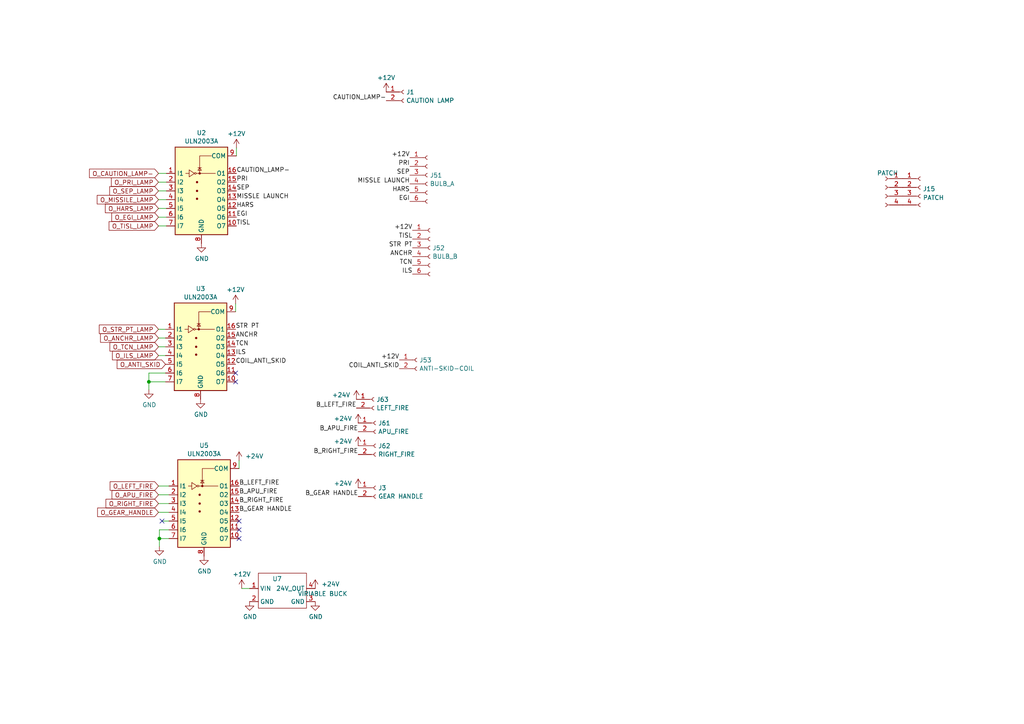
<source format=kicad_sch>
(kicad_sch (version 20231120) (generator "eeschema") (generator_version "8.0")
  (paper "A4")
  (lib_symbols
    (symbol "+12V_1" (power) (pin_names (offset 0))
      (property "Value" "+12V_1" (at 0 3.556 0))
      (symbol "+12V_1_0_1"
        (polyline (pts (xy -0.762 1.27) (xy 0 2.54)))
        (polyline (pts (xy 0 0) (xy 0 2.54)))
        (polyline (pts (xy 0 2.54) (xy 0.762 1.27)))
      )
      (symbol "+12V_1_1_1"
        (pin power_in line (at 0 0 90) (length 0) hide (name "+12V") (number "1"))
      )
    )
    (symbol "Connector:Conn_01x02_Socket" (pin_names (offset 1.016) hide)
      (property "Reference" "J" (at 0 2.54 0))
      (property "Value" "Conn_01x02_Socket" (at 0 -5.08 0))
      (symbol "Conn_01x02_Socket_1_1"
        (arc (start 0 -2.032) (mid -0.5058 -2.54) (end 0 -3.048) (stroke (width 0.1524)))
        (polyline (pts (xy -1.27 -2.54) (xy -0.508 -2.54)) (stroke (width 0.1524)))
        (polyline (pts (xy -1.27 0) (xy -0.508 0)) (stroke (width 0.1524)))
        (arc (start 0 0.508) (mid -0.5058 0) (end 0 -0.508) (stroke (width 0.1524)))
        (pin passive line (at -5.08 0 0) (length 3.81) (name "Pin_1") (number "1"))
        (pin passive line (at -5.08 -2.54 0) (length 3.81) (name "Pin_2") (number "2"))
      )
    )
    (symbol "Connector:Conn_01x04_Female" (pin_names (offset 1.016) hide)
      (property "Reference" "J" (at 0 5.08 0))
      (property "Value" "Conn_01x04_Female" (at 0 -7.62 0))
      (symbol "Conn_01x04_Female_1_1"
        (arc (start 0 -4.572) (mid -0.5058 -5.08) (end 0 -5.588) (stroke (width 0.1524)))
        (arc (start 0 -2.032) (mid -0.5058 -2.54) (end 0 -3.048) (stroke (width 0.1524)))
        (polyline (pts (xy -1.27 -5.08) (xy -0.508 -5.08)) (stroke (width 0.1524)))
        (polyline (pts (xy -1.27 -2.54) (xy -0.508 -2.54)) (stroke (width 0.1524)))
        (polyline (pts (xy -1.27 0) (xy -0.508 0)) (stroke (width 0.1524)))
        (polyline (pts (xy -1.27 2.54) (xy -0.508 2.54)) (stroke (width 0.1524)))
        (arc (start 0 0.508) (mid -0.5058 0) (end 0 -0.508) (stroke (width 0.1524)))
        (arc (start 0 3.048) (mid -0.5058 2.54) (end 0 2.032) (stroke (width 0.1524)))
        (pin passive line (at -5.08 2.54 0) (length 3.81) (name "Pin_1") (number "1"))
        (pin passive line (at -5.08 0 0) (length 3.81) (name "Pin_2") (number "2"))
        (pin passive line (at -5.08 -2.54 0) (length 3.81) (name "Pin_3") (number "3"))
        (pin passive line (at -5.08 -5.08 0) (length 3.81) (name "Pin_4") (number "4"))
      )
    )
    (symbol "Connector:Conn_01x06_Socket" (pin_names (offset 1.016) hide)
      (property "Reference" "J" (at 0 7.62 0))
      (property "Value" "Conn_01x06_Socket" (at 0 -10.16 0))
      (symbol "Conn_01x06_Socket_1_1"
        (arc (start 0 -7.112) (mid -0.5058 -7.62) (end 0 -8.128) (stroke (width 0.1524)))
        (arc (start 0 -4.572) (mid -0.5058 -5.08) (end 0 -5.588) (stroke (width 0.1524)))
        (arc (start 0 -2.032) (mid -0.5058 -2.54) (end 0 -3.048) (stroke (width 0.1524)))
        (polyline (pts (xy -1.27 -7.62) (xy -0.508 -7.62)) (stroke (width 0.1524)))
        (polyline (pts (xy -1.27 -5.08) (xy -0.508 -5.08)) (stroke (width 0.1524)))
        (polyline (pts (xy -1.27 -2.54) (xy -0.508 -2.54)) (stroke (width 0.1524)))
        (polyline (pts (xy -1.27 0) (xy -0.508 0)) (stroke (width 0.1524)))
        (polyline (pts (xy -1.27 2.54) (xy -0.508 2.54)) (stroke (width 0.1524)))
        (polyline (pts (xy -1.27 5.08) (xy -0.508 5.08)) (stroke (width 0.1524)))
        (arc (start 0 0.508) (mid -0.5058 0) (end 0 -0.508) (stroke (width 0.1524)))
        (arc (start 0 3.048) (mid -0.5058 2.54) (end 0 2.032) (stroke (width 0.1524)))
        (arc (start 0 5.588) (mid -0.5058 5.08) (end 0 4.572) (stroke (width 0.1524)))
        (pin passive line (at -5.08 5.08 0) (length 3.81) (name "Pin_1") (number "1"))
        (pin passive line (at -5.08 2.54 0) (length 3.81) (name "Pin_2") (number "2"))
        (pin passive line (at -5.08 0 0) (length 3.81) (name "Pin_3") (number "3"))
        (pin passive line (at -5.08 -2.54 0) (length 3.81) (name "Pin_4") (number "4"))
        (pin passive line (at -5.08 -5.08 0) (length 3.81) (name "Pin_5") (number "5"))
        (pin passive line (at -5.08 -7.62 0) (length 3.81) (name "Pin_6") (number "6"))
      )
    )
    (symbol "Regulator_Switching:VARIABLE_BUCK"
      (property "Reference" "U" (at 0 9.398 0))
      (symbol "VARIABLE_BUCK_0_1"
        (rectangle (start -3.81 6.985) (end 10.16 -3.175))
      )
      (symbol "VARIABLE_BUCK_1_1"
        (pin power_in line (at -6.35 2.54 0) (length 2.54) (name "VIN") (number "1"))
        (pin power_in line (at -6.35 -1.27 0) (length 2.54) (name "GND") (number "2"))
        (pin power_in line (at 12.7 -1.27 180) (length 2.54) (name "GND") (number "3"))
        (pin power_out line (at 12.7 2.54 180) (length 2.54) (name "24V_OUT") (number "4"))
      )
    )
    (symbol "Transistor_Array:ULN2003A"
      (property "Reference" "U" (at 0 15.875 0))
      (property "Value" "ULN2003A" (at 0 13.97 0))
      (symbol "ULN2003A_0_1"
        (rectangle (start -7.62 -12.7) (end 7.62 12.7) (stroke (width 0.254)) (fill (type background)))
        (circle (center -1.778 5.08) (radius 0.254))
        (circle (center -1.27 -2.286) (radius 0.254) (fill (type outline)))
        (circle (center -1.27 0) (radius 0.254) (fill (type outline)))
        (circle (center -1.27 2.54) (radius 0.254) (fill (type outline)))
        (circle (center -0.508 5.08) (radius 0.254) (fill (type outline)))
        (polyline (pts (xy -4.572 5.08) (xy -3.556 5.08)))
        (polyline (pts (xy -1.524 5.08) (xy 4.064 5.08)))
        (polyline (pts (xy 0 6.731) (xy -1.016 6.731)))
        (polyline (pts (xy -0.508 5.08) (xy -0.508 10.16) (xy 2.921 10.16)))
        (polyline (pts (xy -3.556 6.096) (xy -3.556 4.064) (xy -2.032 5.08) (xy -3.556 6.096)))
        (polyline (pts (xy 0 5.969) (xy -1.016 5.969) (xy -0.508 6.731) (xy 0 5.969)))
      )
      (symbol "ULN2003A_1_1"
        (pin input line (at -10.16 5.08 0) (length 2.54) (name "I1") (number "1"))
        (pin open_collector line (at 10.16 -10.16 180) (length 2.54) (name "O7") (number "10"))
        (pin open_collector line (at 10.16 -7.62 180) (length 2.54) (name "O6") (number "11"))
        (pin open_collector line (at 10.16 -5.08 180) (length 2.54) (name "O5") (number "12"))
        (pin open_collector line (at 10.16 -2.54 180) (length 2.54) (name "O4") (number "13"))
        (pin open_collector line (at 10.16 0 180) (length 2.54) (name "O3") (number "14"))
        (pin open_collector line (at 10.16 2.54 180) (length 2.54) (name "O2") (number "15"))
        (pin open_collector line (at 10.16 5.08 180) (length 2.54) (name "O1") (number "16"))
        (pin input line (at -10.16 2.54 0) (length 2.54) (name "I2") (number "2"))
        (pin input line (at -10.16 0 0) (length 2.54) (name "I3") (number "3"))
        (pin input line (at -10.16 -2.54 0) (length 2.54) (name "I4") (number "4"))
        (pin input line (at -10.16 -5.08 0) (length 2.54) (name "I5") (number "5"))
        (pin input line (at -10.16 -7.62 0) (length 2.54) (name "I6") (number "6"))
        (pin input line (at -10.16 -10.16 0) (length 2.54) (name "I7") (number "7"))
        (pin power_in line (at 0 -15.24 90) (length 2.54) (name "GND") (number "8"))
        (pin passive line (at 10.16 10.16 180) (length 2.54) (name "COM") (number "9"))
      )
    )
    (symbol "power:GND" (power) (pin_names (offset 0))
      (property "Value" "GND" (at 0 -3.81 0))
      (symbol "GND_0_1"
        (polyline (pts (xy 0 0) (xy 0 -1.27) (xy 1.27 -1.27) (xy 0 -2.54) (xy -1.27 -1.27) (xy 0 -1.27)))
      )
      (symbol "GND_1_1"
        (pin power_in line (at 0 0 270) (length 0) hide (name "GND") (number "1"))
      )
    )
  )
  (junction (at 43.18 110.744))
  (junction (at 46.228 156.21))
  (no_connect (at 69.342 153.67))
  (no_connect (at 69.342 151.13))
  (no_connect (at 68.326 110.744))
  (no_connect (at 68.326 108.204))
  (no_connect (at 46.99 151.13))
  (no_connect (at 69.342 156.21))
  (wire (pts (xy 69.342 133.604) (xy 69.342 135.89)))
  (wire (pts (xy 49.022 153.67) (xy 46.228 153.67)))
  (wire (pts (xy 43.18 108.204) (xy 43.18 110.744)))
  (wire (pts (xy 45.974 62.992) (xy 48.26 62.992)))
  (wire (pts (xy 45.974 52.832) (xy 48.26 52.832)))
  (wire (pts (xy 45.974 50.292) (xy 48.26 50.292)))
  (wire (pts (xy 45.974 143.51) (xy 49.022 143.51)))
  (wire (pts (xy 43.18 110.744) (xy 48.006 110.744)))
  (wire (pts (xy 45.974 57.912) (xy 48.26 57.912)))
  (wire (pts (xy 45.974 148.59) (xy 49.022 148.59)))
  (wire (pts (xy 45.974 100.584) (xy 48.006 100.584)))
  (wire (pts (xy 46.228 156.21) (xy 46.228 158.496)))
  (wire (pts (xy 45.974 140.97) (xy 49.022 140.97)))
  (wire (pts (xy 43.18 108.204) (xy 48.006 108.204)))
  (wire (pts (xy 68.326 88.138) (xy 68.326 90.424)))
  (wire (pts (xy 45.974 55.372) (xy 48.26 55.372)))
  (wire (pts (xy 45.974 98.044) (xy 48.006 98.044)))
  (wire (pts (xy 68.58 42.926) (xy 68.58 45.212)))
  (wire (pts (xy 45.974 146.05) (xy 49.022 146.05)))
  (wire (pts (xy 45.974 60.452) (xy 48.26 60.452)))
  (wire (pts (xy 43.18 110.744) (xy 43.18 113.03)))
  (wire (pts (xy 46.99 151.13) (xy 49.022 151.13)))
  (wire (pts (xy 46.228 156.21) (xy 49.022 156.21)))
  (wire (pts (xy 46.228 153.67) (xy 46.228 156.21)))
  (wire (pts (xy 45.974 103.124) (xy 48.006 103.124)))
  (wire (pts (xy 45.974 65.532) (xy 48.26 65.532)))
  (wire (pts (xy 70.104 170.688) (xy 72.39 170.688)))
  (wire (pts (xy 45.974 95.504) (xy 48.006 95.504)))
  (label "PRI" (at 68.58 52.832 0))
  (label "STR PT" (at 68.326 95.504 0))
  (label "+12V" (at 115.824 104.394 180))
  (label "TCN" (at 119.634 76.962 180))
  (label "ILS" (at 119.634 79.502 180))
  (label "SEP" (at 68.58 55.372 0))
  (label "+12V" (at 119.634 66.802 180))
  (label "B_GEAR HANDLE" (at 69.342 148.59 0))
  (label "B_RIGHT_FIRE" (at 103.886 131.826 180))
  (label "B_LEFT_FIRE" (at 103.378 118.364 180))
  (label "PRI" (at 118.872 48.26 180))
  (label "+12V" (at 118.872 45.72 180))
  (label "SEP" (at 118.872 50.8 180))
  (label "HARS" (at 68.58 60.452 0))
  (label "B_APU_FIRE" (at 69.342 143.51 0))
  (label "TISL" (at 119.634 69.342 180))
  (label "B_RIGHT_FIRE" (at 69.342 146.05 0))
  (label "STR PT" (at 119.634 71.882 180))
  (label "ILS" (at 68.326 103.124 0))
  (label "B_LEFT_FIRE" (at 69.342 140.97 0))
  (label "CAUTION_LAMP-" (at 112.014 29.21 180))
  (label "ANCHR" (at 119.634 74.422 180))
  (label "TISL" (at 68.58 65.532 0))
  (label "B_APU_FIRE" (at 103.886 125.222 180))
  (label "ANCHR" (at 68.326 98.044 0))
  (label "MISSLE LAUNCH" (at 68.58 57.912 0))
  (label "MISSLE LAUNCH" (at 118.872 53.34 180))
  (label "COIL_ANTI_SKID" (at 68.326 105.664 0))
  (label "EGI" (at 118.872 58.42 180))
  (label "B_GEAR HANDLE" (at 103.886 144.018 180))
  (label "EGI" (at 68.58 62.992 0))
  (label "COIL_ANTI_SKID" (at 115.824 106.934 180))
  (label "TCN" (at 68.326 100.584 0))
  (label "HARS" (at 118.872 55.88 180))
  (label "CAUTION_LAMP-" (at 68.58 50.292 0))
  (global_label "O_PRI_LAMP" (shape input) (at 45.974 52.832 180) (property "Intersheetrefs" "${INTERSHEET_REFS}" (effects (hide yes))))
  (global_label "O_TISL_LAMP" (shape input) (at 45.974 65.532 180) (property "Intersheetrefs" "${INTERSHEET_REFS}" (effects (hide yes))))
  (global_label "O_EGI_LAMP" (shape input) (at 45.974 62.992 180) (property "Intersheetrefs" "${INTERSHEET_REFS}" (effects (hide yes))))
  (global_label "O_GEAR_HANDLE" (shape input) (at 45.974 148.59 180) (property "Intersheetrefs" "${INTERSHEET_REFS}" (effects (hide yes))))
  (global_label "O_ANTI_SKID" (shape input) (at 48.006 105.664 180) (property "Intersheetrefs" "${INTERSHEET_REFS}" (effects (hide yes))))
  (global_label "O_HARS_LAMP" (shape input) (at 45.974 60.452 180) (property "Intersheetrefs" "${INTERSHEET_REFS}" (effects (hide yes))))
  (global_label "O_CAUTION_LAMP-" (shape input) (at 45.974 50.292 180) (property "Intersheetrefs" "${INTERSHEET_REFS}" (effects (hide yes))))
  (global_label "O_ILS_LAMP" (shape input) (at 45.974 103.124 180) (property "Intersheetrefs" "${INTERSHEET_REFS}" (effects (hide yes))))
  (global_label "O_SEP_LAMP" (shape input) (at 45.974 55.372 180) (property "Intersheetrefs" "${INTERSHEET_REFS}" (effects (hide yes))))
  (global_label "O_TCN_LAMP" (shape input) (at 45.974 100.584 180) (property "Intersheetrefs" "${INTERSHEET_REFS}" (effects (hide yes))))
  (global_label "O_MISSILE_LAMP" (shape input) (at 45.974 57.912 180) (property "Intersheetrefs" "${INTERSHEET_REFS}" (effects (hide yes))))
  (global_label "O_RIGHT_FIRE" (shape input) (at 45.974 146.05 180) (property "Intersheetrefs" "${INTERSHEET_REFS}" (effects (hide yes))))
  (global_label "O_APU_FIRE" (shape input) (at 45.974 143.51 180) (property "Intersheetrefs" "${INTERSHEET_REFS}" (effects (hide yes))))
  (global_label "O_ANCHR_LAMP" (shape input) (at 45.974 98.044 180) (property "Intersheetrefs" "${INTERSHEET_REFS}" (effects (hide yes))))
  (global_label "O_LEFT_FIRE" (shape input) (at 45.974 140.97 180) (property "Intersheetrefs" "${INTERSHEET_REFS}" (effects (hide yes))))
  (global_label "O_STR_PT_LAMP" (shape input) (at 45.974 95.504 180) (property "Intersheetrefs" "${INTERSHEET_REFS}" (effects (hide yes))))
  (symbol (lib_name "+12V_1") (lib_id "power:+12V") (at 68.58 42.926 0) (unit 1)
    (property "Reference" "#PWR066" (effects (hide yes)))
    (property "Value" "+12V" (at 68.58 38.7929 0))
  )
  (symbol (lib_name "+12V_1") (lib_id "power:+12V") (at 68.326 88.138 0) (unit 1)
    (property "Reference" "#PWR070" (effects (hide yes)))
    (property "Value" "+12V" (at 68.326 84.0049 0))
  )
  (symbol (lib_name "+12V_1") (lib_id "power:+12V") (at 103.886 141.478 0) (mirror y) (unit 1)
    (property "Reference" "#PWR03" (effects (hide yes)))
    (property "Value" "+24V" (at 102.108 140.2079 0) (effects (justify left)))
  )
  (symbol (lib_name "+12V_1") (lib_id "power:+12V") (at 103.886 129.286 0) (mirror y) (unit 1)
    (property "Reference" "#PWR093" (effects (hide yes)))
    (property "Value" "+24V" (at 102.108 128.0159 0) (effects (justify left)))
  )
  (symbol (lib_id "Regulator_Switching:VARIABLE_BUCK") (at 78.74 173.228 0) (unit 1)
    (property "Reference" "U7" (at 78.994 167.894 0) (effects (justify left)))
    (property "Value" "VIRIABLE BUCK" (at 86.36 172.2177 0) (effects (justify left)))
    (property "Footprint" "VARIABLE_BUCK:VARIABLE_BUCK" (effects (hide yes)))
  )
  (symbol (lib_id "power:GND") (at 58.42 70.612 0) (unit 1)
    (property "Reference" "#PWR065" (effects (hide yes)))
    (property "Value" "GND" (at 58.547 75.0062 0))
  )
  (symbol (lib_id "Connector:Conn_01x06_Socket") (at 124.714 71.882 0) (unit 1)
    (property "Reference" "J52" (at 125.4252 71.9399 0) (effects (justify left)))
    (property "Value" "BULB_B" (at 125.4252 74.3641 0) (effects (justify left)))
    (property "Footprint" "Connector_Molex:Molex_KK-254_AE-6410-06A_1x06_P2.54mm_Vertical" (effects (hide yes)))
  )
  (symbol (lib_id "Connector:Conn_01x02_Socket") (at 108.966 129.286 0) (unit 1)
    (property "Reference" "J62" (at 109.6772 129.3439 0) (effects (justify left)))
    (property "Value" "RIGHT_FIRE" (at 109.6772 131.7681 0) (effects (justify left)))
    (property "Footprint" "Connector_Molex:Molex_KK-254_AE-6410-02A_1x02_P2.54mm_Vertical" (effects (hide yes)))
  )
  (symbol (lib_id "power:GND") (at 43.18 113.03 0) (unit 1)
    (property "Reference" "#PWR077" (effects (hide yes)))
    (property "Value" "GND" (at 43.307 117.4242 0))
  )
  (symbol (lib_name "+12V_1") (lib_id "power:+12V") (at 103.378 115.824 0) (mirror y) (unit 1)
    (property "Reference" "#PWR091" (effects (hide yes)))
    (property "Value" "+24V" (at 101.6 114.5539 0) (effects (justify left)))
  )
  (symbol (lib_id "Transistor_Array:ULN2003A") (at 58.42 55.372 0) (unit 1)
    (property "Reference" "U2" (at 58.42 38.5277 0))
    (property "Value" "ULN2003A" (at 58.42 40.9519 0))
    (property "Footprint" "Package_DIP:DIP-16_W7.62mm_LongPads" (effects (hide yes)))
    (property "Datasheet" "http://www.ti.com/lit/ds/symlink/uln2003a.pdf" (effects (hide yes)))
  )
  (symbol (lib_name "+12V_1") (lib_id "power:+12V") (at 103.886 122.682 0) (mirror y) (unit 1)
    (property "Reference" "#PWR092" (effects (hide yes)))
    (property "Value" "+24V" (at 102.108 121.4119 0) (effects (justify left)))
  )
  (symbol (lib_id "power:GND") (at 91.44 174.498 0) (unit 1)
    (property "Reference" "#PWR099" (effects (hide yes)))
    (property "Value" "GND" (at 91.567 178.8922 0))
  )
  (symbol (lib_id "Connector:Conn_01x02_Socket") (at 108.458 115.824 0) (unit 1)
    (property "Reference" "J63" (at 109.1692 115.8819 0) (effects (justify left)))
    (property "Value" "LEFT_FIRE" (at 109.1692 118.3061 0) (effects (justify left)))
    (property "Footprint" "Connector_Molex:Molex_KK-254_AE-6410-02A_1x02_P2.54mm_Vertical" (effects (hide yes)))
  )
  (symbol (lib_id "power:GND") (at 72.39 174.498 0) (unit 1)
    (property "Reference" "#PWR098" (effects (hide yes)))
    (property "Value" "GND" (at 72.517 178.8922 0))
  )
  (symbol (lib_name "+12V_1") (lib_id "power:+12V") (at 91.44 170.688 0) (unit 1)
    (property "Reference" "#PWR094" (effects (hide yes)))
    (property "Value" "+24V" (at 93.218 169.4179 0) (effects (justify left)))
  )
  (symbol (lib_id "power:GND") (at 46.228 158.496 0) (unit 1)
    (property "Reference" "#PWR076" (effects (hide yes)))
    (property "Value" "GND" (at 46.355 162.8902 0))
  )
  (symbol (lib_id "Connector:Conn_01x06_Socket") (at 123.952 50.8 0) (unit 1)
    (property "Reference" "J51" (at 124.6632 50.8579 0) (effects (justify left)))
    (property "Value" "BULB_A" (at 124.6632 53.2821 0) (effects (justify left)))
    (property "Footprint" "Connector_Molex:Molex_KK-254_AE-6410-06A_1x06_P2.54mm_Vertical" (effects (hide yes)))
  )
  (symbol (lib_name "+12V_1") (lib_id "power:+12V") (at 112.014 26.67 0) (unit 1)
    (property "Reference" "#PWR067" (effects (hide yes)))
    (property "Value" "+12V" (at 112.014 22.5369 0))
  )
  (symbol (lib_name "+12V_1") (lib_id "power:+12V") (at 69.342 133.604 0) (unit 1)
    (property "Reference" "#PWR075" (effects (hide yes)))
    (property "Value" "+24V" (at 71.12 132.3339 0) (effects (justify left)))
  )
  (symbol (lib_name "+12V_1") (lib_id "power:+12V") (at 70.104 170.688 0) (unit 1)
    (property "Reference" "#PWR095" (effects (hide yes)))
    (property "Value" "+12V" (at 70.104 166.5549 0))
  )
  (symbol (lib_id "Transistor_Array:ULN2003A") (at 59.182 146.05 0) (unit 1)
    (property "Reference" "U5" (at 59.182 129.2057 0))
    (property "Value" "ULN2003A" (at 59.182 131.6299 0))
    (property "Footprint" "Package_DIP:DIP-16_W7.62mm_LongPads" (effects (hide yes)))
    (property "Datasheet" "http://www.ti.com/lit/ds/symlink/uln2003a.pdf" (effects (hide yes)))
  )
  (symbol (lib_id "power:GND") (at 59.182 161.29 0) (unit 1)
    (property "Reference" "#PWR072" (effects (hide yes)))
    (property "Value" "GND" (at 59.309 165.6842 0))
  )
  (symbol (lib_id "Connector:Conn_01x02_Socket") (at 120.904 104.394 0) (unit 1)
    (property "Reference" "J53" (at 121.6152 104.4519 0) (effects (justify left)))
    (property "Value" "ANTI-SKID-COIL" (at 121.6152 106.8761 0) (effects (justify left)))
    (property "Footprint" "Connector_Molex:Molex_KK-254_AE-6410-02A_1x02_P2.54mm_Vertical" (effects (hide yes)))
  )
  (symbol (lib_id "Connector:Conn_01x04_Female") (at 266.954 54.356 0) (unit 1)
    (property "Reference" "J15" (at 267.6652 54.7913 0) (effects (justify left)))
    (property "Value" "PATCH" (at 267.6652 57.3282 0) (effects (justify left)))
    (property "Footprint" "Connector_PinHeader_2.54mm:PinHeader_1x04_P2.54mm_Vertical" (effects (hide yes)))
  )
  (symbol (lib_id "Connector:Conn_01x02_Socket") (at 108.966 122.682 0) (unit 1)
    (property "Reference" "J61" (at 109.6772 122.7399 0) (effects (justify left)))
    (property "Value" "APU_FIRE" (at 109.6772 125.1641 0) (effects (justify left)))
    (property "Footprint" "Connector_Molex:Molex_KK-254_AE-6410-02A_1x02_P2.54mm_Vertical" (effects (hide yes)))
  )
  (symbol (lib_id "Connector:Conn_01x02_Socket") (at 108.966 141.478 0) (unit 1)
    (property "Reference" "J3" (at 109.6772 141.5359 0) (effects (justify left)))
    (property "Value" "GEAR HANDLE" (at 109.6772 143.9601 0) (effects (justify left)))
    (property "Footprint" "Connector_Molex:Molex_KK-254_AE-6410-02A_1x02_P2.54mm_Vertical" (effects (hide yes)))
  )
  (symbol (lib_id "Connector:Conn_01x02_Socket") (at 117.094 26.67 0) (unit 1)
    (property "Reference" "J1" (at 117.8052 26.7279 0) (effects (justify left)))
    (property "Value" "CAUTION LAMP" (at 117.8052 29.1521 0) (effects (justify left)))
    (property "Footprint" "Connector_Molex:Molex_KK-254_AE-6410-02A_1x02_P2.54mm_Vertical" (effects (hide yes)))
    (instances (project "UFC" (path "" (reference "J1") (unit 1))) (project "Forward Console Combined Input and Output" (path "" (reference "J49") (unit 1))))
  )
  (symbol (lib_id "Transistor_Array:ULN2003A") (at 58.166 100.584 0) (unit 1)
    (property "Reference" "U3" (at 58.166 83.7397 0))
    (property "Value" "ULN2003A" (at 58.166 86.1639 0))
    (property "Footprint" "Package_DIP:DIP-16_W7.62mm_LongPads" (effects (hide yes)))
    (property "Datasheet" "http://www.ti.com/lit/ds/symlink/uln2003a.pdf" (effects (hide yes)))
  )
  (symbol (lib_id "Connector:Conn_01x04_Female") (at 256.794 54.356 0) (mirror y) (unit 1)
    (property "Reference" "J10" (effects (hide yes)))
    (property "Value" "PATCH" (at 257.429 50.1959 0))
    (property "Footprint" "Connector_PinHeader_2.54mm:PinHeader_1x04_P2.54mm_Vertical" (effects (hide yes)))
  )
  (symbol (lib_id "power:GND") (at 58.166 115.824 0) (unit 1)
    (property "Reference" "#PWR071" (effects (hide yes)))
    (property "Value" "GND" (at 58.293 120.2182 0))
  )
)
</source>
